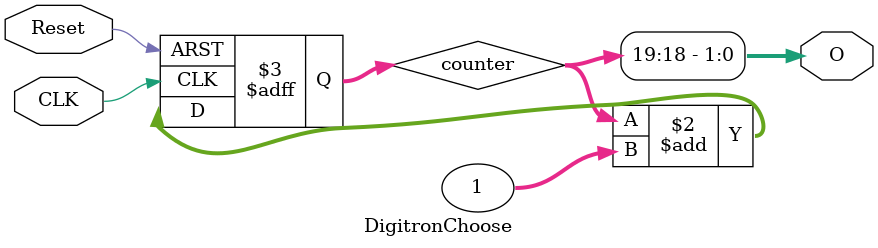
<source format=v>
`timescale 1ns / 1ps
module DigitronDisplay(
	 input CLK_100M,
	 input S,
	 input Reset,
	 output [3:0] AN,
	 output [7:0] Seg
    );
	 wire CLK_100, CLK_8;
	 wire [15:0] Data;
	 wire [3:0] Code;
	 wire [1:0] Bit_Sel;
	 
	 F_8Hz F0(.CLK(CLK_100M), .Reset(Reset), .CLK_8(CLK_8));
	 
	 Counter C0(.CLK(CLK_8), .Reset(Reset), .S(S), .O(Data));
	 DataChoose_4to1_4bits D0(.S(Bit_Sel), .D0(Data[3:0]), .D1(Data[7:4]), .D2(Data[11:8]), .D3(Data[15:12]), .O(Code));
	 DataChoose_4to1_4bits D1(.S(Bit_Sel), .D0(4'b1110), .D1(4'b1101), .D2(4'b1011), .D3(4'b0111), .O(AN));
	 Translate D2(.S(Code), .O(Seg));
	 DigitronChoose D3(.CLK(CLK_100M), .Reset(Reset), .O(Bit_Sel));

endmodule

`timescale 1ns / 1ps
//////////////////////////////////////////////////////////////////////////////////
// Company: 
// Engineer: 
// 
// Create Date:    10:41:01 12/22/2017 
// Design Name: 
// Module Name:    F8Hz 
// Project Name: 
// Target Devices: 
// Tool versions: 
// Description: 
//
// Dependencies: 
//
// Revision: 
// Revision 0.01 - File Created
// Additional Comments: 
//
//////////////////////////////////////////////////////////////////////////////////
module F_8Hz(
	 input CLK,
	 input Reset,
	 output reg CLK_8
    );
	 parameter N = 6250000;
	 reg [31:0] counter;
	 
	 always @ (posedge Reset or posedge CLK)
	 begin
		if (Reset)
			begin
				counter <= 32'b0;
				CLK_8 <= 1'b0;
			end
		else if (counter == N)
			begin
				counter <= 32'b0;
				CLK_8 <= ~CLK_8;
			end
		else
			counter <= counter + 1;
	 end

endmodule

`timescale 1ns / 1ps
//////////////////////////////////////////////////////////////////////////////////
// Company: 
// Engineer: 
// 
// Create Date:    10:14:53 12/22/2017 
// Design Name: 
// Module Name:    Counter 
// Project Name: 
// Target Devices: 
// Tool versions: 
// Description: 
//
// Dependencies: 
//
// Revision: 
// Revision 0.01 - File Created
// Additional Comments: 
//
//////////////////////////////////////////////////////////////////////////////////
module Counter(
	 input CLK,
	 input Reset,
	 input S,
	 output reg [15:0] O
    );
	 
	 always @ (posedge Reset or posedge CLK)
		if (Reset)
			O = 0;
		else if (!S)
			O = O;
		else
			O = O + 1;
			
endmodule

`timescale 1ns / 1ps
//////////////////////////////////////////////////////////////////////////////////
// Company: 
// Engineer: 
// 
// Create Date:    10:49:50 12/22/2017 
// Design Name: 
// Module Name:    DataChoose_16to4 
// Project Name: 
// Target Devices: 
// Tool versions: 
// Description: 
//
// Dependencies: 
//
// Revision: 
// Revision 0.01 - File Created
// Additional Comments: 
//
//////////////////////////////////////////////////////////////////////////////////
module DataChoose_4to1_4bits(
	 input [1:0] S,
	 input [3:0] D0,
	 input [3:0] D1,
	 input [3:0] D2,
	 input [3:0] D3,
	 output reg [3:0] O
    );
	 
	 always @ (*)
	 case (S)
		2'b00: O = D0;
		2'b01: O = D1;
		2'b10: O = D2;
		2'b11: O = D3;
	 endcase

endmodule

`timescale 1ns / 1ps
//////////////////////////////////////////////////////////////////////////////////
// Company: 
// Engineer: 
// 
// Create Date:    10:54:48 12/22/2017 
// Design Name: 
// Module Name:    Display 
// Project Name: 
// Target Devices: 
// Tool versions: 
// Description: 
//
// Dependencies: 
//
// Revision: 
// Revision 0.01 - File Created
// Additional Comments: 
//
//////////////////////////////////////////////////////////////////////////////////
module Translate(
	 input [3:0] S,
	 output reg [7:0] O
    );
	 reg [7:0] data[15:0];
	 
	 initial $readmemb("numbers.dat", data, 15, 0);
	 
	 always @ (*)
	 case (S)
		4'b0000: O = data[0];
		4'b0001: O = data[1];
		4'b0010: O = data[2];
		4'b0011: O = data[3];
		4'b0100: O = data[4];
		4'b0101: O = data[5];
		4'b0110: O = data[6];
		4'b0111: O = data[7];
		4'b1000: O = data[8];
		4'b1001: O = data[9];
		4'b1010: O = data[10];
		4'b1011: O = data[11];
		4'b1100: O = data[12];
		4'b1101: O = data[13];
		4'b1110: O = data[14];
		4'b1111: O = data[15];
	 endcase

endmodule

`timescale 1ns / 1ps
//////////////////////////////////////////////////////////////////////////////////
// Company: 
// Engineer: 
// 
// Create Date:    10:28:01 12/22/2017 
// Design Name: 
// Module Name:    Fdiv_1M 
// Project Name: 
// Target Devices: 
// Tool versions: 
// Description: 
//
// Dependencies: 
//
// Revision: 
// Revision 0.01 - File Created
// Additional Comments: 
//
//////////////////////////////////////////////////////////////////////////////////
module DigitronChoose(
	 input CLK,
	 input Reset,
	 output [1:0] O
    );
	 reg [31:0] counter;
	 
	 assign O = counter[19:18];
	 
	 always @ (posedge Reset or posedge CLK)
	 begin
		if (Reset)
			begin
				counter <= 32'b0;
			end
		else
			counter <= counter + 1;
	 end

endmodule

</source>
